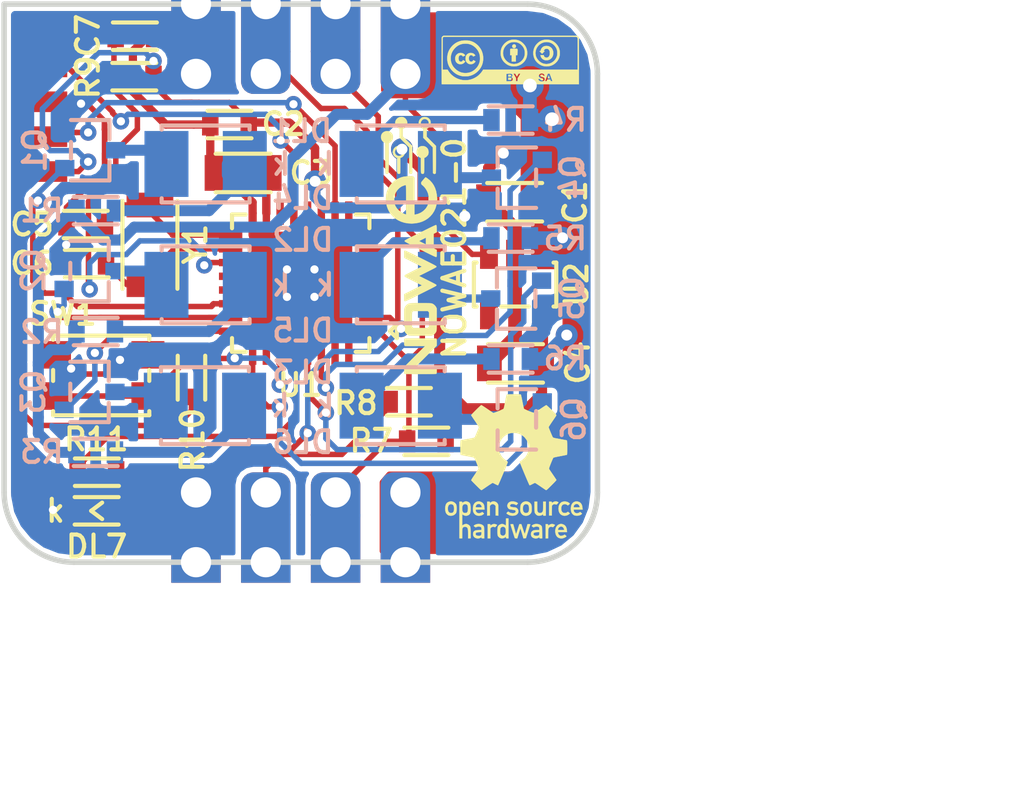
<source format=kicad_pcb>
(kicad_pcb (version 20171130) (host pcbnew 5.0.1-33cea8e~68~ubuntu18.04.1)
  (layers (0 F.Cu signal hide) (31 B.Cu signal hide) (34 B.Paste user hide) (35 F.Paste user hide) (36 B.SilkS user hide) (37 F.SilkS user) (38 B.Mask user hide) (39 F.Mask user hide) (44 Edge.Cuts user))
  (net 0 "")
  (net 1 +VIN)
  (net 2 GND)
  (net 3 +3.3V)
  (net 4 "Net-(C5-Pad1)")
  (net 5 "Net-(C6-Pad1)")
  (net 6 /RESET)
  (net 7 "Net-(DL1-Pad2)")
  (net 8 "Net-(DL1-Pad1)")
  (net 9 "Net-(DL2-Pad1)")
  (net 10 "Net-(DL2-Pad2)")
  (net 11 "Net-(DL3-Pad1)")
  (net 12 "Net-(DL3-Pad2)")
  (net 13 "Net-(DL4-Pad1)")
  (net 14 "Net-(DL4-Pad2)")
  (net 15 "Net-(DL5-Pad2)")
  (net 16 "Net-(DL5-Pad1)")
  (net 17 "Net-(DL6-Pad2)")
  (net 18 "Net-(DL6-Pad1)")
  (net 19 "Net-(DL7-Pad1)")
  (net 20 /FIRE_LED1)
  (net 21 /FIRE_LED2)
  (net 22 /FIRE_LED3)
  (net 23 /FIRE_LED4)
  (net 24 /FIRE_LED5)
  (net 25 /FIRE_LED6)
  (net 26 /NTV_COMM_SDA)
  (net 27 /NTV_COMM_SCL)
  (net 28 /ADDR_PROG)
  (net 29 /MCU_STATUS)
  (net 30 "Net-(U1-Pad26)")
  (net 31 "Net-(U1-Pad31)")
  (net 32 "Net-(U1-Pad32)")
  (net 33 "Net-(U1-Pad20)")
  (net 34 "Net-(U1-Pad14)")
  (net 35 /SWDIO)
  (net 36 "Net-(U1-Pad12)")
  (net 37 "Net-(U1-Pad11)")
  (net 38 /SWCLK)
  (net 39 "Net-(U1-Pad9)")
  (net 40 "Net-(U1-Pad8)")
  (net 41 "Net-(U1-Pad7)")
  (net 42 "Net-(U1-Pad6)")
  (net 43 "Net-(U1-Pad5)")
  (net 44 "Net-(U2-Pad4)")
  (net 45 "Net-(U1-Pad21)")
  (net 46 "Net-(U1-Pad4)")
  (net 47 "Net-(U1-Pad3)")
  (module SOT:SOT323-3 (layer B.Cu) (at 105.1325 76 90)
    (fp_text reference Q1 (at 0 -2.0149 90) (layer B.SilkS) (effects (font (size 0.8 0.8)) (justify mirror)))
    (fp_text value PDTC123EU hide)
    (pad 1 smd rect (at -0.65 -0.925 90) (size 0.6 0.7) (layers B.Cu B.Paste B.Mask) (net 20 /FIRE_LED1))
    (pad 2 smd rect (at 0.65 -0.925 90) (size 0.6 0.7) (layers B.Cu B.Paste B.Mask) (net 2 GND))
    (pad 3 smd rect (at 0 0.925 90) (size 0.6 0.7) (layers B.Cu B.Paste B.Mask) (net 7 "Net-(DL1-Pad2)"))
  )
  (module CAPACITOR:CAPACITOR-0603 (layer F.Cu) (at 104.9693 78.7064 180)
    (fp_text reference C5 (at 1.9533 0 180) (layer F.SilkS) (effects (font (size 0.8 0.8))))
    (fp_text value 15p hide)
    (pad 2 smd rect (at 0.7 0 180) (size 0.6 0.8) (layers F.Cu F.Paste F.Mask) (net 2 GND))
    (pad 1 smd rect (at -0.7 0 180) (size 0.6 0.8) (layers F.Cu F.Paste F.Mask) (net 4 "Net-(C5-Pad1)"))
  )
  (module CAPACITOR:CAPACITOR-0805 (layer F.Cu) (at 120.5776 77.8936 180)
    (fp_text reference C1 (at -2.1996 0 270) (layer F.SilkS) (effects (font (size 0.8 0.8))))
    (fp_text value 1u hide)
    (pad 1 smd rect (at -0.95 0 180) (size 0.9 1.3) (layers F.Cu F.Paste F.Mask) (net 1 +VIN))
    (pad 2 smd rect (at 0.95 0 180) (size 0.9 1.3) (layers F.Cu F.Paste F.Mask) (net 2 GND))
  )
  (module CAPACITOR:CAPACITOR-0603 (layer F.Cu) (at 110.2017 75.06404 180)
    (fp_text reference C2 (at -1.9583 0.01524 180) (layer F.SilkS) (effects (font (size 0.8 0.8))))
    (fp_text value 100n hide)
    (pad 1 smd rect (at -0.7 0 180) (size 0.6 0.8) (layers F.Cu F.Paste F.Mask) (net 3 +3.3V))
    (pad 2 smd rect (at 0.7 0 180) (size 0.6 0.8) (layers F.Cu F.Paste F.Mask) (net 2 GND))
  )
  (module CAPACITOR:CAPACITOR-0805 (layer F.Cu) (at 110.697 76.8268 180)
    (fp_text reference C3 (at -2.479 0 180) (layer F.SilkS) (effects (font (size 0.8 0.8))))
    (fp_text value 10u hide)
    (pad 1 smd rect (at -0.95 0 180) (size 0.9 1.3) (layers F.Cu F.Paste F.Mask) (net 3 +3.3V))
    (pad 2 smd rect (at 0.95 0 180) (size 0.9 1.3) (layers F.Cu F.Paste F.Mask) (net 2 GND))
  )
  (module CAPACITOR:CAPACITOR-0805 (layer F.Cu) (at 120.608 83.761 180)
    (fp_text reference C4 (at -2.2708 0.0254 270) (layer F.SilkS) (effects (font (size 0.8 0.8))))
    (fp_text value 2u2 hide)
    (pad 2 smd rect (at 0.95 0 180) (size 0.9 1.3) (layers F.Cu F.Paste F.Mask) (net 2 GND))
    (pad 1 smd rect (at -0.95 0 180) (size 0.9 1.3) (layers F.Cu F.Paste F.Mask) (net 3 +3.3V))
  )
  (module CAPACITOR:CAPACITOR-0603 (layer F.Cu) (at 105.0089 80.1288 180)
    (fp_text reference C6 (at 1.9929 0 180) (layer F.SilkS) (effects (font (size 0.8 0.8))))
    (fp_text value 15p hide)
    (pad 1 smd rect (at -0.7 0 180) (size 0.6 0.8) (layers F.Cu F.Paste F.Mask) (net 5 "Net-(C6-Pad1)"))
    (pad 2 smd rect (at 0.7 0 180) (size 0.6 0.8) (layers F.Cu F.Paste F.Mask) (net 2 GND))
  )
  (module CAPACITOR:CAPACITOR-0603 (layer F.Cu) (at 106.7585 71.8484)
    (fp_text reference C7 (at -1.7105 -0.0254 270) (layer F.SilkS) (effects (font (size 0.8 0.8))))
    (fp_text value 100n hide)
    (pad 2 smd rect (at 0.7 0) (size 0.6 0.8) (layers F.Cu F.Paste F.Mask) (net 2 GND))
    (pad 1 smd rect (at -0.7 0) (size 0.6 0.8) (layers F.Cu F.Paste F.Mask) (net 6 /RESET))
  )
  (module LEDs:LED-WURTH-WL_SMTW_3528 (layer B.Cu) (at 109.3325 76.5 180)
    (fp_text reference DL1 (at -3.4879 1.1972 180) (layer B.SilkS) (effects (font (size 0.8 0.8)) (justify mirror)))
    (fp_text value YELLOW hide)
    (fp_text user k (at -2.75 0 180) (layer B.SilkS) (effects (font (size 0.8 0.8)) (justify mirror)))
    (pad 2 smd rect (at 1.425 0 180) (size 1.6 2.4) (layers B.Cu B.Paste B.Mask) (net 7 "Net-(DL1-Pad2)"))
    (pad 1 smd rect (at -1.425 0 180) (size 1.6 2.4) (layers B.Cu B.Paste B.Mask) (net 8 "Net-(DL1-Pad1)"))
  )
  (module LEDs:LED-WURTH-WL_SMTW_3528 (layer B.Cu) (at 109.3325 80.9 180)
    (fp_text reference DL2 (at -3.5387 1.6348 180) (layer B.SilkS) (effects (font (size 0.8 0.8)) (justify mirror)))
    (fp_text value RED hide)
    (fp_text user k (at -2.75 0 180) (layer B.SilkS) (effects (font (size 0.8 0.8)) (justify mirror)))
    (pad 1 smd rect (at -1.425 0 180) (size 1.6 2.4) (layers B.Cu B.Paste B.Mask) (net 9 "Net-(DL2-Pad1)"))
    (pad 2 smd rect (at 1.425 0 180) (size 1.6 2.4) (layers B.Cu B.Paste B.Mask) (net 10 "Net-(DL2-Pad2)"))
  )
  (module LEDs:LED-WURTH-WL_SMTW_3528 (layer B.Cu) (at 109.3075 85.3 180)
    (fp_text reference DL3 (at -3.5637 1.2088 180) (layer B.SilkS) (effects (font (size 0.8 0.8)) (justify mirror)))
    (fp_text value YELLOW hide)
    (fp_text user k (at -2.75 0 180) (layer B.SilkS) (effects (font (size 0.8 0.8)) (justify mirror)))
    (pad 1 smd rect (at -1.425 0 180) (size 1.6 2.4) (layers B.Cu B.Paste B.Mask) (net 11 "Net-(DL3-Pad1)"))
    (pad 2 smd rect (at 1.425 0 180) (size 1.6 2.4) (layers B.Cu B.Paste B.Mask) (net 12 "Net-(DL3-Pad2)"))
  )
  (module LEDs:LED-WURTH-WL_SMTW_3528 (layer B.Cu) (at 116.4325 76.5)
    (fp_text reference DL4 (at -3.5613 1.2412) (layer B.SilkS) (effects (font (size 0.8 0.8)) (justify mirror)))
    (fp_text value AMBER hide)
    (fp_text user k (at -2.75 0) (layer B.SilkS) (effects (font (size 0.8 0.8)) (justify mirror)))
    (pad 1 smd rect (at -1.425 0) (size 1.6 2.4) (layers B.Cu B.Paste B.Mask) (net 13 "Net-(DL4-Pad1)"))
    (pad 2 smd rect (at 1.425 0) (size 1.6 2.4) (layers B.Cu B.Paste B.Mask) (net 14 "Net-(DL4-Pad2)"))
  )
  (module LEDs:LED-WURTH-WL_SMTW_3528 (layer B.Cu) (at 116.4325 80.9)
    (fp_text reference DL5 (at -3.5613 1.6672) (layer B.SilkS) (effects (font (size 0.8 0.8)) (justify mirror)))
    (fp_text value YELLOW hide)
    (fp_text user k (at -2.75 0) (layer B.SilkS) (effects (font (size 0.8 0.8)) (justify mirror)))
    (pad 2 smd rect (at 1.425 0) (size 1.6 2.4) (layers B.Cu B.Paste B.Mask) (net 15 "Net-(DL5-Pad2)"))
    (pad 1 smd rect (at -1.425 0) (size 1.6 2.4) (layers B.Cu B.Paste B.Mask) (net 16 "Net-(DL5-Pad1)"))
  )
  (module LEDs:LED-WURTH-WL_SMTW_3528 (layer B.Cu) (at 116.4325 85.3)
    (fp_text reference DL6 (at -3.5613 1.3312) (layer B.SilkS) (effects (font (size 0.8 0.8)) (justify mirror)))
    (fp_text value AMBER hide)
    (fp_text user k (at -2.75 0) (layer B.SilkS) (effects (font (size 0.8 0.8)) (justify mirror)))
    (pad 2 smd rect (at 1.425 0) (size 1.6 2.4) (layers B.Cu B.Paste B.Mask) (net 17 "Net-(DL6-Pad2)"))
    (pad 1 smd rect (at -1.425 0) (size 1.6 2.4) (layers B.Cu B.Paste B.Mask) (net 18 "Net-(DL6-Pad1)"))
  )
  (module LEDs:LED-0603 (layer F.Cu) (at 105.3671 89.1301 180)
    (fp_text reference DL7 (at 0 -1.3 180) (layer F.SilkS) (effects (font (size 0.8 0.8))))
    (fp_text value GREEN hide)
    (fp_text user k (at 1.5 0 180) (layer F.SilkS) (effects (font (size 0.8 0.8))))
    (pad 1 smd rect (at -0.7 0 180) (size 0.6 0.8) (layers F.Cu F.Paste F.Mask) (net 19 "Net-(DL7-Pad1)"))
    (pad 2 smd rect (at 0.7 0 180) (size 0.6 0.8) (layers F.Cu F.Paste F.Mask) (net 2 GND))
  )
  (module SOT:SOT323-3 (layer B.Cu) (at 105.1075 80.4 90)
    (fp_text reference Q2 (at 0.0172 -2.0407 90) (layer B.SilkS) (effects (font (size 0.8 0.8)) (justify mirror)))
    (fp_text value PDTC123EU hide)
    (pad 3 smd rect (at 0 0.925 90) (size 0.6 0.7) (layers B.Cu B.Paste B.Mask) (net 10 "Net-(DL2-Pad2)"))
    (pad 2 smd rect (at 0.65 -0.925 90) (size 0.6 0.7) (layers B.Cu B.Paste B.Mask) (net 2 GND))
    (pad 1 smd rect (at -0.65 -0.925 90) (size 0.6 0.7) (layers B.Cu B.Paste B.Mask) (net 21 /FIRE_LED2))
  )
  (module SOT:SOT323-3 (layer B.Cu) (at 105.1075 84.8 90)
    (fp_text reference Q3 (at -0.0024 -2.0407 90) (layer B.SilkS) (effects (font (size 0.8 0.8)) (justify mirror)))
    (fp_text value PDTC123EU hide)
    (pad 1 smd rect (at -0.65 -0.925 90) (size 0.6 0.7) (layers B.Cu B.Paste B.Mask) (net 22 /FIRE_LED3))
    (pad 2 smd rect (at 0.65 -0.925 90) (size 0.6 0.7) (layers B.Cu B.Paste B.Mask) (net 2 GND))
    (pad 3 smd rect (at 0 0.925 90) (size 0.6 0.7) (layers B.Cu B.Paste B.Mask) (net 12 "Net-(DL3-Pad2)"))
  )
  (module SOT:SOT323-3 (layer B.Cu) (at 120.6575 77 270)
    (fp_text reference Q4 (at -0.0208 -2.0181 270) (layer B.SilkS) (effects (font (size 0.8 0.8)) (justify mirror)))
    (fp_text value PDTC123EU hide)
    (pad 3 smd rect (at 0 0.925 270) (size 0.6 0.7) (layers B.Cu B.Paste B.Mask) (net 14 "Net-(DL4-Pad2)"))
    (pad 2 smd rect (at 0.65 -0.925 270) (size 0.6 0.7) (layers B.Cu B.Paste B.Mask) (net 2 GND))
    (pad 1 smd rect (at -0.65 -0.925 270) (size 0.6 0.7) (layers B.Cu B.Paste B.Mask) (net 23 /FIRE_LED4))
  )
  (module SOT:SOT323-3 (layer B.Cu) (at 120.6325 81.4 270)
    (fp_text reference Q5 (at 0 -2.0431 270) (layer B.SilkS) (effects (font (size 0.8 0.8)) (justify mirror)))
    (fp_text value PDTC123EU hide)
    (pad 3 smd rect (at 0 0.925 270) (size 0.6 0.7) (layers B.Cu B.Paste B.Mask) (net 15 "Net-(DL5-Pad2)"))
    (pad 2 smd rect (at 0.65 -0.925 270) (size 0.6 0.7) (layers B.Cu B.Paste B.Mask) (net 2 GND))
    (pad 1 smd rect (at -0.65 -0.925 270) (size 0.6 0.7) (layers B.Cu B.Paste B.Mask) (net 24 /FIRE_LED5))
  )
  (module SOT:SOT323-3 (layer B.Cu) (at 120.6575 85.8 270)
    (fp_text reference Q6 (at 0 -2.0689 270) (layer B.SilkS) (effects (font (size 0.8 0.8)) (justify mirror)))
    (fp_text value PDTC123EU hide)
    (pad 1 smd rect (at -0.65 -0.925 270) (size 0.6 0.7) (layers B.Cu B.Paste B.Mask) (net 25 /FIRE_LED6))
    (pad 2 smd rect (at 0.65 -0.925 270) (size 0.6 0.7) (layers B.Cu B.Paste B.Mask) (net 2 GND))
    (pad 3 smd rect (at 0 0.925 270) (size 0.6 0.7) (layers B.Cu B.Paste B.Mask) (net 17 "Net-(DL6-Pad2)"))
  )
  (module RESISTOR:RESISTOR-0603 (layer B.Cu) (at 105.3325 78.2)
    (fp_text reference R1 (at -1.9609 -0.0016) (layer B.SilkS) (effects (font (size 0.8 0.8)) (justify mirror)))
    (fp_text value 1k hide)
    (pad 1 smd rect (at -0.7 0) (size 0.6 0.8) (layers B.Cu B.Paste B.Mask) (net 1 +VIN))
    (pad 2 smd rect (at 0.7 0) (size 0.6 0.8) (layers B.Cu B.Paste B.Mask) (net 8 "Net-(DL1-Pad1)"))
  )
  (module RESISTOR:RESISTOR-0603 (layer B.Cu) (at 105.3325 82.6)
    (fp_text reference R2 (at -1.9609 0.018) (layer B.SilkS) (effects (font (size 0.8 0.8)) (justify mirror)))
    (fp_text value 1k hide)
    (pad 2 smd rect (at 0.7 0) (size 0.6 0.8) (layers B.Cu B.Paste B.Mask) (net 9 "Net-(DL2-Pad1)"))
    (pad 1 smd rect (at -0.7 0) (size 0.6 0.8) (layers B.Cu B.Paste B.Mask) (net 1 +VIN))
  )
  (module RESISTOR:RESISTOR-0603 (layer B.Cu) (at 105.3325 87)
    (fp_text reference R3 (at -1.9609 -0.0132) (layer B.SilkS) (effects (font (size 0.8 0.8)) (justify mirror)))
    (fp_text value 1k hide)
    (pad 1 smd rect (at -0.7 0) (size 0.6 0.8) (layers B.Cu B.Paste B.Mask) (net 1 +VIN))
    (pad 2 smd rect (at 0.7 0) (size 0.6 0.8) (layers B.Cu B.Paste B.Mask) (net 11 "Net-(DL3-Pad1)"))
  )
  (module RESISTOR:RESISTOR-0603 (layer B.Cu) (at 120.4325 74.9 180)
    (fp_text reference R4 (at -1.9891 0.0036 180) (layer B.SilkS) (effects (font (size 0.8 0.8)) (justify mirror)))
    (fp_text value 1k hide)
    (pad 2 smd rect (at 0.7 0 180) (size 0.6 0.8) (layers B.Cu B.Paste B.Mask) (net 13 "Net-(DL4-Pad1)"))
    (pad 1 smd rect (at -0.7 0 180) (size 0.6 0.8) (layers B.Cu B.Paste B.Mask) (net 1 +VIN))
  )
  (module RESISTOR:RESISTOR-0603 (layer B.Cu) (at 120.4325 79.2 180)
    (fp_text reference R5 (at -1.9891 -0.0144 180) (layer B.SilkS) (effects (font (size 0.8 0.8)) (justify mirror)))
    (fp_text value 1k hide)
    (pad 1 smd rect (at -0.7 0 180) (size 0.6 0.8) (layers B.Cu B.Paste B.Mask) (net 1 +VIN))
    (pad 2 smd rect (at 0.7 0 180) (size 0.6 0.8) (layers B.Cu B.Paste B.Mask) (net 16 "Net-(DL5-Pad1)"))
  )
  (module RESISTOR:RESISTOR-0603 (layer B.Cu) (at 120.4325 83.6 180)
    (fp_text reference R6 (at -1.9891 0.0168 180) (layer B.SilkS) (effects (font (size 0.8 0.8)) (justify mirror)))
    (fp_text value 1k hide)
    (pad 2 smd rect (at 0.7 0 180) (size 0.6 0.8) (layers B.Cu B.Paste B.Mask) (net 18 "Net-(DL6-Pad1)"))
    (pad 1 smd rect (at -0.7 0 180) (size 0.6 0.8) (layers B.Cu B.Paste B.Mask) (net 1 +VIN))
  )
  (module RESISTOR:RESISTOR-0603 (layer F.Cu) (at 117.3645 86.6 180)
    (fp_text reference R7 (at 2.0041 0.0196 180) (layer F.SilkS) (effects (font (size 0.8 0.8))))
    (fp_text value 4k7 hide)
    (pad 1 smd rect (at -0.7 0 180) (size 0.6 0.8) (layers F.Cu F.Paste F.Mask) (net 3 +3.3V))
    (pad 2 smd rect (at 0.7 0 180) (size 0.6 0.8) (layers F.Cu F.Paste F.Mask) (net 26 /NTV_COMM_SDA))
  )
  (module RESISTOR:RESISTOR-0603 (layer F.Cu) (at 116.7295 85.158 180)
    (fp_text reference R8 (at 1.9279 -0.0508 180) (layer F.SilkS) (effects (font (size 0.8 0.8))))
    (fp_text value 4k7 hide)
    (pad 2 smd rect (at 0.7 0 180) (size 0.6 0.8) (layers F.Cu F.Paste F.Mask) (net 27 /NTV_COMM_SCL))
    (pad 1 smd rect (at -0.7 0 180) (size 0.6 0.8) (layers F.Cu F.Paste F.Mask) (net 3 +3.3V))
  )
  (module RESISTOR:RESISTOR-0603 (layer F.Cu) (at 106.7356 73.3216 180)
    (fp_text reference R9 (at 1.6876 -0.0254 90) (layer F.SilkS) (effects (font (size 0.8 0.8))))
    (fp_text value 10k hide)
    (pad 2 smd rect (at 0.7 0 180) (size 0.6 0.8) (layers F.Cu F.Paste F.Mask) (net 6 /RESET))
    (pad 1 smd rect (at -0.7 0 180) (size 0.6 0.8) (layers F.Cu F.Paste F.Mask) (net 3 +3.3V))
  )
  (module RESISTOR:RESISTOR-0603 (layer F.Cu) (at 108.8174 84.2817 90)
    (fp_text reference R10 (at -2.2733 0.0406 90) (layer F.SilkS) (effects (font (size 0.8 0.8))))
    (fp_text value 10k hide)
    (pad 1 smd rect (at -0.7 0 90) (size 0.6 0.8) (layers F.Cu F.Paste F.Mask) (net 3 +3.3V))
    (pad 2 smd rect (at 0.7 0 90) (size 0.6 0.8) (layers F.Cu F.Paste F.Mask) (net 28 /ADDR_PROG))
  )
  (module RESISTOR:RESISTOR-0603 (layer F.Cu) (at 105.3757 87.7234 180)
    (fp_text reference R11 (at 0.0229 1.1938) (layer F.SilkS) (effects (font (size 0.8 0.8))))
    (fp_text value 270 hide)
    (pad 1 smd rect (at -0.7 0 180) (size 0.6 0.8) (layers F.Cu F.Paste F.Mask) (net 19 "Net-(DL7-Pad1)"))
    (pad 2 smd rect (at 0.7 0 180) (size 0.6 0.8) (layers F.Cu F.Paste F.Mask) (net 29 /MCU_STATUS))
  )
  (module BUTTON:BUTTON-WE-434153017835 (layer F.Cu) (at 105.5325 84.2)
    (fp_text reference SW1 (at -1.3989 -2.2424) (layer F.SilkS) (effects (font (size 0.8 0.8))))
    (fp_text value BUTTON-WE_434153017835 hide)
    (pad 1 smd rect (at -1.7 -0.75) (size 1.2 1) (layers F.Cu F.Paste F.Mask) (net 2 GND))
    (pad 2 smd rect (at -1.7 0.75) (size 1.2 1) (layers F.Cu F.Paste F.Mask) (net 28 /ADDR_PROG))
    (pad 3 smd rect (at 1.7 -0.75) (size 1.2 1) (layers F.Cu F.Paste F.Mask) (net 2 GND))
    (pad 4 smd rect (at 1.7 0.75) (size 1.2 1) (layers F.Cu F.Paste F.Mask) (net 28 /ADDR_PROG))
  )
  (module QFN:QFN32_5x5_0.5_32+1 (layer F.Cu) (at 112.7925 80.84 180)
    (fp_text reference U1 (at 0.0229 -3.7084 180) (layer F.SilkS) (effects (font (size 0.8 0.8))))
    (fp_text value MKL15Z128VFM4 hide)
    (pad 29 smd rect (at -0.25 -2.55 180) (size 0.27 0.85) (layers F.Cu F.Paste F.Mask) (net 24 /FIRE_LED5))
    (pad 28 smd rect (at 0.25 -2.55 180) (size 0.27 0.85) (layers F.Cu F.Paste F.Mask) (net 29 /MCU_STATUS))
    (pad 27 smd rect (at 0.75 -2.55 180) (size 0.27 0.85) (layers F.Cu F.Paste F.Mask) (net 28 /ADDR_PROG))
    (pad 26 smd rect (at 1.25 -2.55 180) (size 0.27 0.85) (layers F.Cu F.Paste F.Mask) (net 30 "Net-(U1-Pad26)"))
    (pad 25 smd rect (at 1.75 -2.55 180) (size 0.27 0.85) (layers F.Cu F.Paste F.Mask) (net 25 /FIRE_LED6))
    (pad 30 smd rect (at -0.75 -2.55 180) (size 0.27 0.85) (layers F.Cu F.Paste F.Mask) (net 23 /FIRE_LED4))
    (pad 31 smd rect (at -1.25 -2.55 180) (size 0.27 0.85) (layers F.Cu F.Paste F.Mask) (net 31 "Net-(U1-Pad31)"))
    (pad 32 smd rect (at -1.75 -2.55 180) (size 0.27 0.85) (layers F.Cu F.Paste F.Mask) (net 32 "Net-(U1-Pad32)"))
    (pad 24 smd rect (at 2.55 -1.75 270) (size 0.27 0.85) (layers F.Cu F.Paste F.Mask) (net 22 /FIRE_LED3))
    (pad 23 smd rect (at 2.55 -1.25 270) (size 0.27 0.85) (layers F.Cu F.Paste F.Mask) (net 21 /FIRE_LED2))
    (pad 22 smd rect (at 2.55 -0.75 270) (size 0.27 0.85) (layers F.Cu F.Paste F.Mask) (net 20 /FIRE_LED1))
    (pad 21 smd rect (at 2.55 -0.25 270) (size 0.27 0.85) (layers F.Cu F.Paste F.Mask) (net 45 "Net-(U1-Pad21)"))
    (pad 20 smd rect (at 2.55 0.25 270) (size 0.27 0.85) (layers F.Cu F.Paste F.Mask) (net 33 "Net-(U1-Pad20)"))
    (pad 19 smd rect (at 2.55 0.75 270) (size 0.27 0.85) (layers F.Cu F.Paste F.Mask) (net 6 /RESET))
    (pad 18 smd rect (at 2.55 1.25 270) (size 0.27 0.85) (layers F.Cu F.Paste F.Mask) (net 5 "Net-(C6-Pad1)"))
    (pad 17 smd rect (at 2.55 1.75 270) (size 0.27 0.85) (layers F.Cu F.Paste F.Mask) (net 4 "Net-(C5-Pad1)"))
    (pad 16 smd rect (at 1.75 2.55 180) (size 0.27 0.85) (layers F.Cu F.Paste F.Mask) (net 2 GND))
    (pad 15 smd rect (at 1.25 2.55 180) (size 0.27 0.85) (layers F.Cu F.Paste F.Mask) (net 3 +3.3V))
    (pad 14 smd rect (at 0.75 2.55 180) (size 0.27 0.85) (layers F.Cu F.Paste F.Mask) (net 34 "Net-(U1-Pad14)"))
    (pad 13 smd rect (at 0.25 2.55 180) (size 0.27 0.85) (layers F.Cu F.Paste F.Mask) (net 35 /SWDIO))
    (pad 12 smd rect (at -0.25 2.55 180) (size 0.27 0.85) (layers F.Cu F.Paste F.Mask) (net 36 "Net-(U1-Pad12)"))
    (pad 11 smd rect (at -0.75 2.55 180) (size 0.27 0.85) (layers F.Cu F.Paste F.Mask) (net 37 "Net-(U1-Pad11)"))
    (pad 10 smd rect (at -1.25 2.55 180) (size 0.27 0.85) (layers F.Cu F.Paste F.Mask) (net 38 /SWCLK))
    (pad 9 smd rect (at -1.75 2.55 180) (size 0.27 0.85) (layers F.Cu F.Paste F.Mask) (net 39 "Net-(U1-Pad9)"))
    (pad 8 smd rect (at -2.55 1.75 270) (size 0.27 0.85) (layers F.Cu F.Paste F.Mask) (net 40 "Net-(U1-Pad8)"))
    (pad 7 smd rect (at -2.55 1.25 270) (size 0.27 0.85) (layers F.Cu F.Paste F.Mask) (net 41 "Net-(U1-Pad7)"))
    (pad 6 smd rect (at -2.55 0.75 270) (size 0.27 0.85) (layers F.Cu F.Paste F.Mask) (net 42 "Net-(U1-Pad6)"))
    (pad 5 smd rect (at -2.55 0.25 270) (size 0.27 0.85) (layers F.Cu F.Paste F.Mask) (net 43 "Net-(U1-Pad5)"))
    (pad 4 smd rect (at -2.55 -0.25 270) (size 0.27 0.85) (layers F.Cu F.Paste F.Mask) (net 46 "Net-(U1-Pad4)"))
    (pad 3 smd rect (at -2.55 -0.75 270) (size 0.27 0.85) (layers F.Cu F.Paste F.Mask) (net 47 "Net-(U1-Pad3)"))
    (pad 2 smd rect (at -2.55 -1.25 270) (size 0.27 0.85) (layers F.Cu F.Paste F.Mask) (net 27 /NTV_COMM_SCL))
    (pad 1 smd rect (at -2.55 -1.75 270) (size 0.27 0.85) (layers F.Cu F.Paste F.Mask) (net 26 /NTV_COMM_SDA))
    (pad EP smd rect (at 0 0 270) (size 3.75 3.75) (layers F.Cu F.Mask) (net 2 GND))
    (pad EP thru_hole circle (at 0.5 -0.5 270) (size 0.6 0.6) (drill 0.3) (layers *.Cu *.Mask) (net 2 GND))
    (pad EP thru_hole circle (at -0.5 -0.5 270) (size 0.6 0.6) (drill 0.3) (layers *.Cu *.Mask) (net 2 GND))
    (pad EP thru_hole circle (at -0.5 0.5 270) (size 0.6 0.6) (drill 0.3) (layers *.Cu *.Mask) (net 2 GND))
    (pad EP thru_hole circle (at 0.5 0.5 270) (size 0.6 0.6) (drill 0.3) (layers *.Cu *.Mask) (net 2 GND))
    (pad EP smd circle (at 0 0 270) (size 0.6 0.6) (layers F.Cu F.Paste) (net 2 GND))
    (pad EP smd circle (at 0 -1.15 270) (size 0.6 0.6) (layers F.Cu F.Paste) (net 2 GND))
    (pad EP smd circle (at 0 1.15 270) (size 0.6 0.6) (layers F.Cu F.Paste) (net 2 GND))
    (pad EP smd circle (at 1.15 1.15 270) (size 0.6 0.6) (layers F.Cu F.Paste) (net 2 GND))
    (pad EP smd circle (at 1.15 0 270) (size 0.6 0.6) (layers F.Cu F.Paste) (net 2 GND))
    (pad EP smd circle (at 1.15 -1.15 270) (size 0.6 0.6) (layers F.Cu F.Paste) (net 2 GND))
    (pad EP smd circle (at -1.15 -1.15 270) (size 0.6 0.6) (layers F.Cu F.Paste) (net 2 GND))
    (pad EP smd circle (at -1.15 0 270) (size 0.6 0.6) (layers F.Cu F.Paste) (net 2 GND))
    (pad EP smd circle (at -1.15 1.15 270) (size 0.6 0.6) (layers F.Cu F.Paste) (net 2 GND))
  )
  (module SOT:SOT23-5 (layer F.Cu) (at 120.5928 80.8908 270)
    (fp_text reference U2 (at 0 -2.2352 270) (layer F.SilkS) (effects (font (size 0.8 0.8))))
    (fp_text value TPS70933DBV hide)
    (pad 1 smd rect (at -1.1 -0.95 270) (size 1.06 0.65) (layers F.Cu F.Paste F.Mask) (net 1 +VIN))
    (pad 2 smd rect (at -1.1 0 270) (size 1.06 0.65) (layers F.Cu F.Paste F.Mask) (net 2 GND))
    (pad 3 smd rect (at -1.1 0.95 270) (size 1.06 0.65) (layers F.Cu F.Paste F.Mask) (net 1 +VIN))
    (pad 4 smd rect (at 1.1 0.95 270) (size 1.06 0.65) (layers F.Cu F.Paste F.Mask) (net 44 "Net-(U2-Pad4)"))
    (pad 5 smd rect (at 1.1 -0.95 270) (size 1.06 0.65) (layers F.Cu F.Paste F.Mask) (net 3 +3.3V))
  )
  (module CRYSTAL:CRYSTAL-1206 (layer F.Cu) (at 107.3061 79.4452 270)
    (fp_text reference Y1 (at -0.0276 -1.6535 270) (layer F.SilkS) (effects (font (size 0.8 0.8))))
    (fp_text value 32768 hide)
    (pad 1 smd rect (at -1.45 0 270) (size 0.9 1.7) (layers F.Cu F.Paste F.Mask) (net 4 "Net-(C5-Pad1)"))
    (pad 2 smd rect (at 1.45 0 270) (size 0.9 1.7) (layers F.Cu F.Paste F.Mask) (net 5 "Net-(C6-Pad1)"))
  )
  (module CONNECTOR:CONN-HALFHOLE-4x1-2.54 (layer F.Cu) (at 112.7925 71.95 180)
    (fp_text reference P1 hide)
    (fp_text value NVT_BUS hide)
    (pad 1 thru_hole roundrect (at -3.81 -1.27 180) (size 1.8 2) (drill 1.1 (offset 0 0.27)) (layers *.Cu *.Mask) (net 1 +VIN))
    (pad 2 thru_hole roundrect (at -1.27 -1.27 180) (size 1.8 2) (drill 1.1 (offset 0 0.27)) (layers *.Cu *.Mask) (net 26 /NTV_COMM_SDA))
    (pad 3 thru_hole roundrect (at 1.27 -1.27 180) (size 1.8 2) (drill 1.1 (offset 0 0.27)) (layers *.Cu *.Mask) (net 27 /NTV_COMM_SCL))
    (pad 4 thru_hole roundrect (at 3.81 -1.27 180) (size 1.8 2) (drill 1.1 (offset 0 0.27)) (layers *.Cu *.Mask) (net 2 GND))
    (pad 1 thru_hole rect (at -3.81 1.27 180) (size 1.8 2.5) (drill 1.1 (offset 0 -0.5)) (layers *.Cu *.Mask) (net 1 +VIN))
    (pad 2 thru_hole rect (at -1.27 1.27 180) (size 1.8 2.5) (drill 1.1 (offset 0 -0.5)) (layers *.Cu *.Mask) (net 26 /NTV_COMM_SDA))
    (pad 3 thru_hole rect (at 1.27 1.27 180) (size 1.8 2.5) (drill 1.1 (offset 0 -0.5)) (layers *.Cu *.Mask) (net 27 /NTV_COMM_SCL))
    (pad 4 thru_hole rect (at 3.81 1.27 180) (size 1.8 2.5) (drill 1.1 (offset 0 -0.5)) (layers *.Cu *.Mask) (net 2 GND))
  )
  (module CONNECTOR:CONN-HALFHOLE-4x1-2.54 (layer B.Cu) (at 112.7925 89.73 180)
    (fp_text reference P2 hide)
    (fp_text value NVT_BUS hide)
    (pad 4 thru_hole rect (at 3.81 -1.27 180) (size 1.8 2.5) (drill 1.1 (offset 0 0.5)) (layers *.Cu *.Mask) (net 2 GND))
    (pad 3 thru_hole rect (at 1.27 -1.27 180) (size 1.8 2.5) (drill 1.1 (offset 0 0.5)) (layers *.Cu *.Mask) (net 27 /NTV_COMM_SCL))
    (pad 2 thru_hole rect (at -1.27 -1.27 180) (size 1.8 2.5) (drill 1.1 (offset 0 0.5)) (layers *.Cu *.Mask) (net 26 /NTV_COMM_SDA))
    (pad 1 thru_hole rect (at -3.81 -1.27 180) (size 1.8 2.5) (drill 1.1 (offset 0 0.5)) (layers *.Cu *.Mask) (net 1 +VIN))
    (pad 4 thru_hole roundrect (at 3.81 1.27 180) (size 1.8 2) (drill 1.1 (offset 0 -0.27)) (layers *.Cu *.Mask) (net 2 GND))
    (pad 3 thru_hole roundrect (at 1.27 1.27 180) (size 1.8 2) (drill 1.1 (offset 0 -0.27)) (layers *.Cu *.Mask) (net 27 /NTV_COMM_SCL))
    (pad 2 thru_hole roundrect (at -1.27 1.27 180) (size 1.8 2) (drill 1.1 (offset 0 -0.27)) (layers *.Cu *.Mask) (net 26 /NTV_COMM_SDA))
    (pad 1 thru_hole roundrect (at -3.81 1.27 180) (size 1.8 2) (drill 1.1 (offset 0 -0.27)) (layers *.Cu *.Mask) (net 1 +VIN))
  )
  (module CONNECTOR:CONN-PAD-5x1-1.27 (layer F.Cu) (at 103.397 74.236 90)
    (fp_text reference P3 hide)
    (fp_text value SWD hide)
    (pad 2 smd rect (at -1.27 0 90) (size 0.75 1.8) (layers F.Cu F.Paste F.Mask) (net 38 /SWCLK))
    (pad 3 smd rect (at 0 0 90) (size 0.75 1.8) (layers F.Cu F.Paste F.Mask) (net 2 GND))
    (pad 4 smd rect (at 1.27 0 90) (size 0.75 1.8) (layers F.Cu F.Paste F.Mask) (net 35 /SWDIO))
    (pad 1 smd rect (at -2.54 0 90) (size 0.75 1.8) (layers F.Cu F.Paste F.Mask) (net 3 +3.3V))
    (pad 5 smd rect (at 2.54 0 90) (size 0.75 1.8) (layers F.Cu F.Paste F.Mask) (net 6 /RESET))
  )
  (module LOGO:LOGO_NOWAE_10MM_FSILK (layer F.Cu) (at 116.732 79.4684 90)
    (fp_text reference G*** hide)
    (fp_text value LOGO hide)
  )
  (module EXTLOGO:LOGO_OSH_5MM_FSILK (layer F.Cu) (at 120.542 87.5075)
    (fp_text reference G*** hide)
    (fp_text value LOGO hide)
  )
  (module EXTLOGO:LOGO_CC-BY-SA_5MM_FSILK (layer F.Cu) (at 120.415 72.712)
    (fp_text reference G*** hide)
    (fp_text value LOGO hide)
  )
  (gr_text NOWAE021-0 (at 118.383 79.57 90) (layer F.SilkS) (effects (font (size 0.8 0.8))))
  (gr_arc (start 104.54 88.46) (end 102 88.46) (angle -90) (layer Edge.Cuts) (width 0.2))
  (gr_arc (start 121.05 73.22) (end 123.59 73.22) (angle -90) (layer Edge.Cuts) (width 0.2))
  (gr_arc (start 121.05 88.46) (end 121.05 91) (angle -90) (layer Edge.Cuts) (width 0.2))
  (gr_line (start 121.05 70.68) (end 102 70.68) (layer Edge.Cuts) (width 0.2))
  (gr_line (start 123.59 88.46) (end 123.59 73.22) (layer Edge.Cuts) (width 0.2))
  (gr_line (start 104.54 91) (end 121.05 91) (layer Edge.Cuts) (width 0.2))
  (gr_line (start 102 70.68) (end 102 88.46) (layer Edge.Cuts) (width 0.2))
  (segment (start 121.1325 74.9) (end 121.1325 75) (width 0.4) (layer B.Cu) (net 1))
  (via (at 121.9365 74.871) (size 1) (drill 0.5) (layers F.Cu B.Cu) (net 1))
  (segment (start 121.1325 74.9) (end 121.9075 74.9) (width 0.5) (layer B.Cu) (net 1))
  (segment (start 121.9075 74.9) (end 121.9365 74.871) (width 0.5) (layer B.Cu) (net 1))
  (segment (start 116.6025 73.22) (end 116.6025 73.347) (width 0.2) (layer B.Cu) (net 1))
  (segment (start 121.1325 74.9) (end 121.1325 73.643) (width 0.5) (layer B.Cu) (net 1))
  (via (at 121.1325 73.643) (size 1) (drill 0.5) (layers F.Cu B.Cu) (net 1))
  (segment (start 121.9325 79.2) (end 121.1325 79.2) (width 0.5) (layer B.Cu) (net 1))
  (segment (start 121.9325 79.2) (end 121.9475 79.2) (width 0.5) (layer B.Cu) (net 1))
  (segment (start 104.6325 78.3) (end 104.7595 78.173) (width 0.4) (layer B.Cu) (net 1))
  (segment (start 104.6325 78.2) (end 104.6325 78.3) (width 0.4) (layer B.Cu) (net 1))
  (segment (start 105.0013 78.69776) (end 104.6325 78.32896) (width 0.4) (layer B.Cu) (net 1))
  (segment (start 105.03026 78.69776) (end 105.0013 78.69776) (width 0.4) (layer B.Cu) (net 1))
  (segment (start 104.6325 78.32896) (end 104.6325 78.2) (width 0.4) (layer B.Cu) (net 1))
  (segment (start 104.6325 78.3) (end 105.03026 78.69776) (width 0.4) (layer B.Cu) (net 1))
  (segment (start 103.245206 79.409414) (end 104.45462 78.2) (width 0.4) (layer B.Cu) (net 1))
  (segment (start 104.45462 78.2) (end 104.6325 78.2) (width 0.4) (layer B.Cu) (net 1))
  (segment (start 116.6025 88.46) (end 116.6025 90.19999) (width 1) (layer F.Cu) (net 1))
  (segment (start 116.6025 73.22) (end 116.6025 71.48001) (width 1) (layer F.Cu) (net 1))
  (segment (start 103.245206 82.219749) (end 103.245206 81.93728) (width 0.4) (layer B.Cu) (net 1))
  (segment (start 103.245206 81.93728) (end 103.245206 79.409414) (width 0.4) (layer B.Cu) (net 1))
  (segment (start 103.245206 86.312706) (end 103.245206 85.722547) (width 0.4) (layer B.Cu) (net 1))
  (segment (start 104.6325 87) (end 103.9325 87) (width 0.4) (layer B.Cu) (net 1))
  (segment (start 103.9325 87) (end 103.245206 86.312706) (width 0.4) (layer B.Cu) (net 1))
  (segment (start 104.6325 82.6) (end 104.6325 82.92432) (width 0.4) (layer B.Cu) (net 1))
  (segment (start 104.6325 82.92432) (end 104.29366 83.26316) (width 0.4) (layer B.Cu) (net 1))
  (segment (start 103.699338 83.26316) (end 103.245206 83.717292) (width 0.4) (layer B.Cu) (net 1))
  (segment (start 104.29366 83.26316) (end 103.699338 83.26316) (width 0.4) (layer B.Cu) (net 1))
  (segment (start 103.245206 83.717292) (end 103.245206 83.8372) (width 0.4) (layer B.Cu) (net 1))
  (segment (start 103.245206 85.722547) (end 103.245206 83.8372) (width 0.4) (layer B.Cu) (net 1))
  (segment (start 103.245206 83.8372) (end 103.245206 81.93728) (width 0.4) (layer B.Cu) (net 1))
  (via (at 122.32 79.189) (size 0.8) (drill 0.4) (layers F.Cu B.Cu) (net 1))
  (segment (start 121.1325 79.2) (end 122.309 79.2) (width 0.4) (layer B.Cu) (net 1))
  (segment (start 122.309 79.2) (end 122.32 79.189) (width 0.4) (layer B.Cu) (net 1))
  (via (at 122.472416 82.731089) (size 0.8) (drill 0.4) (layers F.Cu B.Cu) (net 1))
  (segment (start 122.072417 83.131088) (end 122.472416 82.731089) (width 0.4) (layer B.Cu) (net 1))
  (segment (start 117.74001 78.49929) (end 117.74001 75.44721) (width 0.2) (layer F.Cu) (net 1))
  (segment (start 119.03152 79.7908) (end 117.74001 78.49929) (width 0.2) (layer F.Cu) (net 1))
  (segment (start 119.6428 79.7908) (end 119.03152 79.7908) (width 0.2) (layer F.Cu) (net 1))
  (segment (start 116.6025 74.3097) (end 116.6025 71.08001) (width 0.2) (layer F.Cu) (net 1))
  (segment (start 117.74001 75.44721) (end 116.6025 74.3097) (width 0.2) (layer F.Cu) (net 1))
  (segment (start 105.60278 79.27028) (end 105.03026 78.69776) (width 0.4) (layer B.Cu) (net 1))
  (segment (start 106.732501 78.80001) (end 106.262231 79.27028) (width 0.4) (layer B.Cu) (net 1))
  (segment (start 111.761591 78.800009) (end 106.732501 78.80001) (width 0.4) (layer B.Cu) (net 1))
  (segment (start 112.513199 78.048401) (end 111.761591 78.800009) (width 0.4) (layer B.Cu) (net 1))
  (segment (start 116.6025 73.2962) (end 115.2055 74.6932) (width 0.4) (layer B.Cu) (net 1))
  (segment (start 112.513199 76.274299) (end 112.513199 78.048401) (width 0.4) (layer B.Cu) (net 1))
  (segment (start 114.094298 74.6932) (end 112.513199 76.274299) (width 0.4) (layer B.Cu) (net 1))
  (segment (start 106.262231 79.27028) (end 105.60278 79.27028) (width 0.4) (layer B.Cu) (net 1))
  (segment (start 115.2055 74.6932) (end 114.094298 74.6932) (width 0.4) (layer B.Cu) (net 1))
  (segment (start 116.6025 73.22) (end 116.6025 73.2962) (width 0.4) (layer B.Cu) (net 1))
  (segment (start 121.603505 83.6) (end 121.1325 83.6) (width 0.5) (layer B.Cu) (net 1))
  (segment (start 122.472416 82.731089) (end 121.603505 83.6) (width 0.5) (layer B.Cu) (net 1))
  (segment (start 109.7475 76.6) (end 109.7475 76.65) (width 0.3) (layer F.Cu) (net 2))
  (segment (start 103.5325 83.15) (end 103.8325 83.45) (width 0.2) (layer F.Cu) (net 2))
  (segment (start 111.0425 77.895) (end 109.7475 76.6) (width 0.3) (layer F.Cu) (net 2))
  (segment (start 111.0425 78.29) (end 111.0425 77.895) (width 0.3) (layer F.Cu) (net 2))
  (segment (start 108.9825 88.46) (end 108.9825 90.19999) (width 1) (layer F.Cu) (net 2))
  (segment (start 108.9825 73.22) (end 108.9825 71.48001) (width 1) (layer F.Cu) (net 2))
  (segment (start 108.8555 73.347) (end 108.9825 73.22) (width 0.2) (layer F.Cu) (net 2))
  (segment (start 105.657513 76.341787) (end 105.657513 76.627388) (width 0.2) (layer F.Cu) (net 2))
  (segment (start 104.2693 80.0892) (end 104.3089 80.1288) (width 0.2) (layer F.Cu) (net 2))
  (segment (start 105.657513 76.1156) (end 105.657513 76.341787) (width 0.2) (layer F.Cu) (net 2))
  (segment (start 104.9517 74.236) (end 105.648888 74.933188) (width 0.2) (layer F.Cu) (net 2))
  (segment (start 105.657513 75.243829) (end 105.657513 76.1156) (width 0.2) (layer F.Cu) (net 2))
  (segment (start 104.2693 78.7064) (end 104.2693 78.0787) (width 0.2) (layer F.Cu) (net 2))
  (segment (start 104.2693 78.0787) (end 105.051701 77.296299) (width 0.2) (layer F.Cu) (net 2))
  (segment (start 105.657513 76.708402) (end 105.657513 76.1156) (width 0.2) (layer F.Cu) (net 2))
  (segment (start 105.069616 77.296299) (end 105.4773 76.888615) (width 0.2) (layer F.Cu) (net 2))
  (segment (start 105.051701 77.296299) (end 105.069616 77.296299) (width 0.2) (layer F.Cu) (net 2))
  (segment (start 105.4773 76.888615) (end 105.657513 76.708402) (width 0.2) (layer F.Cu) (net 2))
  (segment (start 105.345514 77.020401) (end 105.4773 76.888615) (width 0.2) (layer F.Cu) (net 2))
  (segment (start 104.2075 74.8962) (end 104.799034 74.304666) (width 0.2) (layer B.Cu) (net 2))
  (segment (start 104.2075 75.35) (end 104.2075 74.8962) (width 0.2) (layer B.Cu) (net 2))
  (via (at 104.799034 74.304666) (size 0.6) (drill 0.3) (layers F.Cu B.Cu) (net 2))
  (segment (start 104.799034 74.304666) (end 104.9517 74.236) (width 0.2) (layer F.Cu) (net 2))
  (segment (start 119.658 83.6798) (end 119.658 83.761) (width 0.35) (layer F.Cu) (net 2))
  (segment (start 120.5928 79.7908) (end 120.5928 82.745) (width 0.4) (layer F.Cu) (net 2))
  (segment (start 120.5928 82.745) (end 119.658 83.6798) (width 0.4) (layer F.Cu) (net 2))
  (segment (start 120.5928 78.8588) (end 120.5928 79.7908) (width 0.5) (layer F.Cu) (net 2))
  (segment (start 119.6276 77.8936) (end 120.5928 78.8588) (width 0.5) (layer F.Cu) (net 2))
  (segment (start 120.5928 82.8262) (end 119.658 83.761) (width 0.5) (layer F.Cu) (net 2))
  (segment (start 120.5928 79.7908) (end 120.5928 82.8262) (width 0.5) (layer F.Cu) (net 2))
  (segment (start 104.730368 74.236) (end 104.799034 74.304666) (width 0.2) (layer F.Cu) (net 2))
  (segment (start 103.8517 74.236) (end 104.730368 74.236) (width 0.2) (layer F.Cu) (net 2))
  (segment (start 104.6671 89.1301) (end 103.8131 89.1301) (width 0.2) (layer F.Cu) (net 2))
  (via (at 103.778 89.095) (size 0.6) (drill 0.3) (layers F.Cu B.Cu) (net 2))
  (segment (start 103.8131 89.1301) (end 103.778 89.095) (width 0.2) (layer F.Cu) (net 2))
  (segment (start 103.8325 83.45) (end 103.848 83.45) (width 0.2) (layer F.Cu) (net 2))
  (via (at 120.165939 76.105828) (size 0.8) (drill 0.4) (layers F.Cu B.Cu) (net 2))
  (segment (start 119.6276 77.8936) (end 119.6276 76.644167) (width 0.4) (layer F.Cu) (net 2))
  (segment (start 119.6276 76.644167) (end 120.165939 76.105828) (width 0.4) (layer F.Cu) (net 2))
  (segment (start 111.0425 79.09) (end 112.7925 80.84) (width 0.2) (layer F.Cu) (net 2))
  (segment (start 111.0425 78.29) (end 111.0425 79.09) (width 0.3) (layer F.Cu) (net 2))
  (segment (start 104.2693 79.443) (end 104.2581 79.443) (width 0.2) (layer F.Cu) (net 2))
  (segment (start 104.2581 79.443) (end 104.2581 80.1542) (width 0.2) (layer F.Cu) (net 2))
  (segment (start 104.2581 78.7064) (end 104.2581 79.443) (width 0.2) (layer F.Cu) (net 2))
  (via (at 104.2581 79.443) (size 0.6) (drill 0.3) (layers F.Cu B.Cu) (net 2))
  (segment (start 104.2693 79.443) (end 104.2693 80.0892) (width 0.2) (layer F.Cu) (net 2))
  (segment (start 104.2693 78.7064) (end 104.2693 79.443) (width 0.2) (layer F.Cu) (net 2))
  (segment (start 105.648888 74.933188) (end 105.648888 75.243375) (width 0.2) (layer F.Cu) (net 2))
  (segment (start 105.648888 75.243375) (end 105.657513 75.252) (width 0.2) (layer F.Cu) (net 2))
  (segment (start 105.657513 76.341787) (end 105.657513 75.252) (width 0.2) (layer F.Cu) (net 2))
  (segment (start 105.657513 75.252) (end 105.657513 75.065599) (width 0.2) (layer F.Cu) (net 2))
  (segment (start 113.592499 80.040001) (end 113.592499 79.610701) (width 0.2) (layer B.Cu) (net 2))
  (segment (start 113.2925 80.34) (end 113.592499 80.040001) (width 0.2) (layer B.Cu) (net 2))
  (segment (start 113.592499 79.610701) (end 114.1412 79.062) (width 0.2) (layer B.Cu) (net 2))
  (segment (start 116.310054 78.76599) (end 114.28481 78.76599) (width 0.4) (layer B.Cu) (net 2))
  (segment (start 116.471244 78.6048) (end 116.310054 78.76599) (width 0.4) (layer B.Cu) (net 2))
  (segment (start 118.611594 78.6048) (end 116.471244 78.6048) (width 0.4) (layer B.Cu) (net 2))
  (segment (start 114.28481 78.76599) (end 113.2925 79.7583) (width 0.4) (layer B.Cu) (net 2))
  (segment (start 113.2925 79.7583) (end 113.2925 80.34) (width 0.4) (layer B.Cu) (net 2))
  (via (at 118.764 78.4016) (size 0.8) (drill 0.4) (layers F.Cu B.Cu) (net 2))
  (segment (start 119.272 77.8936) (end 118.764 78.4016) (width 0.5) (layer F.Cu) (net 2))
  (segment (start 119.6276 77.8936) (end 119.272 77.8936) (width 0.5) (layer F.Cu) (net 2))
  (segment (start 109.5017 76.5815) (end 109.747 76.8268) (width 0.3) (layer F.Cu) (net 2))
  (segment (start 109.5017 75.06404) (end 109.5017 76.5815) (width 0.3) (layer F.Cu) (net 2))
  (segment (start 107.3965 71.823) (end 107.3965 71.923) (width 0.2) (layer F.Cu) (net 2))
  (segment (start 108.9825 72.8724) (end 108.9825 73.22) (width 0.2) (layer F.Cu) (net 2))
  (segment (start 107.4585 71.8484) (end 107.9585 71.8484) (width 0.3) (layer F.Cu) (net 2))
  (segment (start 108.0452 71.9351) (end 108.9825 72.8724) (width 0.2) (layer F.Cu) (net 2))
  (segment (start 107.88405 75.06404) (end 108.9017 75.06404) (width 0.3) (layer F.Cu) (net 2))
  (segment (start 107.2324 71.8484) (end 106.685601 72.395199) (width 0.3) (layer F.Cu) (net 2))
  (segment (start 108.9017 75.06404) (end 109.5017 75.06404) (width 0.3) (layer F.Cu) (net 2))
  (segment (start 106.685601 73.865591) (end 107.88405 75.06404) (width 0.3) (layer F.Cu) (net 2))
  (segment (start 107.4585 71.8484) (end 107.2324 71.8484) (width 0.3) (layer F.Cu) (net 2))
  (segment (start 106.685601 72.395199) (end 106.685601 73.865591) (width 0.3) (layer F.Cu) (net 2))
  (segment (start 107.2325 83.45) (end 106.4004 83.45) (width 0.2) (layer F.Cu) (net 2))
  (segment (start 106.4004 83.45) (end 106.2164 83.634) (width 0.2) (layer F.Cu) (net 2))
  (via (at 106.2164 83.634) (size 0.6) (drill 0.3) (layers F.Cu B.Cu) (net 2))
  (segment (start 104.1825 84.15) (end 104.2325 84.15) (width 0.2) (layer B.Cu) (net 2))
  (segment (start 103.9325 83.45) (end 103.8325 83.45) (width 0.2) (layer F.Cu) (net 2))
  (segment (start 105.7004 84.15) (end 104.6325 84.15) (width 0.2) (layer F.Cu) (net 2))
  (segment (start 106.2164 83.634) (end 105.7004 84.15) (width 0.2) (layer F.Cu) (net 2))
  (segment (start 104.6325 84.15) (end 104.4384 83.9559) (width 0.2) (layer F.Cu) (net 2))
  (segment (start 104.4384 83.950104) (end 104.43847 83.950034) (width 0.2) (layer F.Cu) (net 2))
  (segment (start 104.4384 83.9559) (end 104.4384 83.950104) (width 0.2) (layer F.Cu) (net 2))
  (segment (start 104.4384 83.9559) (end 103.9325 83.45) (width 0.2) (layer F.Cu) (net 2))
  (via (at 104.43847 83.950034) (size 0.6) (drill 0.3) (layers F.Cu B.Cu) (net 2))
  (segment (start 111.5425 78.29) (end 111.5425 77.34) (width 0.3) (layer F.Cu) (net 3))
  (segment (start 111.5425 78.29) (end 111.5425 76.705) (width 0.3) (layer F.Cu) (net 3))
  (via (at 113.3132 77.1316) (size 0.8) (drill 0.4) (layers F.Cu B.Cu) (net 3))
  (segment (start 110.19906 74.2614) (end 110.9017 74.96404) (width 0.2) (layer F.Cu) (net 3))
  (segment (start 104.1565 76.776) (end 103.6315 76.776) (width 0.2) (layer F.Cu) (net 3))
  (segment (start 109.09426 74.2614) (end 110.19906 74.2614) (width 0.2) (layer F.Cu) (net 3))
  (segment (start 109.09426 74.2614) (end 108.4805 74.2614) (width 0.2) (layer F.Cu) (net 3))
  (segment (start 110.8621 76.014) (end 111.5733 76.7252) (width 0.3) (layer F.Cu) (net 3))
  (segment (start 110.8621 74.8964) (end 110.8621 76.014) (width 0.3) (layer F.Cu) (net 3))
  (via (at 105.057513 76.4204) (size 0.6) (drill 0.3) (layers F.Cu B.Cu) (net 3))
  (segment (start 104.701913 76.776) (end 105.057513 76.4204) (width 0.2) (layer F.Cu) (net 3))
  (segment (start 103.8517 76.776) (end 104.701913 76.776) (width 0.2) (layer F.Cu) (net 3))
  (segment (start 108.8301 74.2614) (end 108.7539 74.2614) (width 0.2) (layer F.Cu) (net 3))
  (segment (start 108.1951 74.2614) (end 108.8301 74.2614) (width 0.2) (layer F.Cu) (net 3))
  (segment (start 108.8301 74.2614) (end 109.09426 74.2614) (width 0.2) (layer F.Cu) (net 3))
  (segment (start 103.3267 76.776) (end 102.508 77.5947) (width 0.2) (layer F.Cu) (net 3))
  (segment (start 103.8517 76.776) (end 103.3267 76.776) (width 0.2) (layer F.Cu) (net 3))
  (segment (start 102.508 77.5947) (end 102.508 85.412) (width 0.2) (layer F.Cu) (net 3))
  (segment (start 102.508 85.412) (end 103.1176 86.0216) (width 0.2) (layer F.Cu) (net 3))
  (segment (start 108.981 84.9817) (end 108.8174 84.9817) (width 0.2) (layer F.Cu) (net 3))
  (segment (start 103.1176 86.0216) (end 104.8448 86.0216) (width 0.2) (layer F.Cu) (net 3))
  (segment (start 104.8448 86.0216) (end 105.160136 86.0216) (width 0.2) (layer F.Cu) (net 3))
  (segment (start 108.8174 85.4817) (end 108.8174 84.9817) (width 0.2) (layer F.Cu) (net 3))
  (segment (start 108.2775 86.0216) (end 108.8174 85.4817) (width 0.2) (layer F.Cu) (net 3))
  (segment (start 104.8448 86.0216) (end 108.2775 86.0216) (width 0.2) (layer F.Cu) (net 3))
  (segment (start 121.5428 81.9908) (end 121.5428 83.7458) (width 0.5) (layer F.Cu) (net 3))
  (segment (start 118.383 85.031) (end 118.764 85.412) (width 0.4) (layer F.Cu) (net 3))
  (segment (start 118.764 85.412) (end 121.05 85.412) (width 0.4) (layer F.Cu) (net 3))
  (segment (start 121.558 84.904) (end 121.558 83.761) (width 0.4) (layer F.Cu) (net 3))
  (segment (start 121.05 85.412) (end 121.558 84.904) (width 0.4) (layer F.Cu) (net 3))
  (segment (start 117.4295 85.965) (end 118.0645 86.6) (width 0.2) (layer F.Cu) (net 3))
  (segment (start 117.4295 85.158) (end 117.4295 85.965) (width 0.2) (layer F.Cu) (net 3))
  (segment (start 117.4295 85.158) (end 117.4295 85.058) (width 0.2) (layer F.Cu) (net 3))
  (segment (start 117.8496 84.4976) (end 118.764 85.412) (width 0.4) (layer F.Cu) (net 3))
  (segment (start 117.8496 82.8466) (end 117.8496 80.84) (width 0.4) (layer F.Cu) (net 3))
  (segment (start 117.8496 83.0752) (end 117.8496 84.4976) (width 0.4) (layer F.Cu) (net 3))
  (segment (start 117.8496 80.84) (end 117.8496 83.0752) (width 0.4) (layer F.Cu) (net 3))
  (segment (start 117.8496 84.396) (end 117.8496 83.0752) (width 0.2) (layer F.Cu) (net 3))
  (segment (start 117.4295 84.8161) (end 117.8496 84.396) (width 0.2) (layer F.Cu) (net 3))
  (segment (start 117.4295 85.158) (end 117.4295 84.8161) (width 0.2) (layer F.Cu) (net 3))
  (segment (start 116.127501 78.100001) (end 116.130702 78.0968) (width 0.4) (layer B.Cu) (net 3))
  (segment (start 117.8496 80.84) (end 117.8496 79.316) (width 0.4) (layer F.Cu) (net 3))
  (via (at 116.478 75.9632) (size 0.8) (drill 0.4) (layers F.Cu B.Cu) (net 3))
  (segment (start 113.3132 77.697285) (end 113.3132 77.1316) (width 0.4) (layer B.Cu) (net 3))
  (segment (start 113.712715 78.0968) (end 113.3132 77.697285) (width 0.4) (layer B.Cu) (net 3))
  (segment (start 116.127501 78.100001) (end 113.887499 78.100001) (width 0.4) (layer B.Cu) (net 3))
  (segment (start 113.887499 78.100001) (end 113.884298 78.0968) (width 0.4) (layer B.Cu) (net 3))
  (segment (start 113.884298 78.0968) (end 113.712715 78.0968) (width 0.4) (layer B.Cu) (net 3))
  (segment (start 116.478 77.749502) (end 116.127501 78.100001) (width 0.4) (layer B.Cu) (net 3))
  (segment (start 116.478 75.9632) (end 116.478 77.749502) (width 0.4) (layer B.Cu) (net 3))
  (segment (start 117.24 76.7252) (end 116.478 75.9632) (width 0.4) (layer F.Cu) (net 3))
  (segment (start 117.24 78.7064) (end 117.24 76.7252) (width 0.4) (layer F.Cu) (net 3))
  (segment (start 117.8496 79.316) (end 117.24 78.7064) (width 0.4) (layer F.Cu) (net 3))
  (segment (start 110.9017 74.96404) (end 110.9017 75.06404) (width 0.3) (layer F.Cu) (net 3))
  (segment (start 113.3132 75.918078) (end 112.420883 75.025761) (width 0.3) (layer F.Cu) (net 3))
  (segment (start 113.3132 76.522) (end 113.3132 75.918078) (width 0.3) (layer F.Cu) (net 3))
  (segment (start 113.3132 77.1316) (end 113.3132 76.522) (width 0.3) (layer F.Cu) (net 3))
  (segment (start 110.973087 74.992653) (end 110.9017 75.06404) (width 0.3) (layer F.Cu) (net 3))
  (segment (start 112.374208 74.992653) (end 110.973087 74.992653) (width 0.3) (layer F.Cu) (net 3))
  (segment (start 113.3132 75.931645) (end 112.374208 74.992653) (width 0.3) (layer F.Cu) (net 3))
  (segment (start 113.3132 76.522) (end 113.3132 75.931645) (width 0.3) (layer F.Cu) (net 3))
  (segment (start 108.0706 74.2614) (end 108.8301 74.2614) (width 0.2) (layer F.Cu) (net 3))
  (segment (start 107.4356 73.6264) (end 108.0706 74.2614) (width 0.2) (layer F.Cu) (net 3))
  (segment (start 107.4356 73.3216) (end 107.4356 73.6264) (width 0.2) (layer F.Cu) (net 3))
  (via (at 107.4356 72.748432) (size 0.6) (drill 0.3) (layers F.Cu B.Cu) (net 3))
  (segment (start 107.4356 73.3216) (end 107.4356 72.748432) (width 0.2) (layer F.Cu) (net 3))
  (segment (start 104.651113 76.014) (end 105.057513 76.4204) (width 0.2) (layer B.Cu) (net 3))
  (segment (start 103.681498 76.014) (end 104.651113 76.014) (width 0.2) (layer B.Cu) (net 3))
  (segment (start 103.3945 75.727002) (end 103.681498 76.014) (width 0.2) (layer B.Cu) (net 3))
  (segment (start 105.436067 72.448433) (end 103.3945 74.49) (width 0.2) (layer B.Cu) (net 3))
  (segment (start 103.3945 74.49) (end 103.3945 75.727002) (width 0.2) (layer B.Cu) (net 3))
  (segment (start 107.135601 72.448433) (end 105.436067 72.448433) (width 0.2) (layer B.Cu) (net 3))
  (segment (start 107.4356 72.748432) (end 107.135601 72.448433) (width 0.2) (layer B.Cu) (net 3))
  (segment (start 106.7825 77.75) (end 106.7325 77.75) (width 0.2) (layer F.Cu) (net 4))
  (segment (start 106.6825 77.7) (end 106.7325 77.75) (width 0.2) (layer F.Cu) (net 4))
  (segment (start 110.2425 79.09) (end 108.8555 79.09) (width 0.2) (layer F.Cu) (net 4))
  (segment (start 108.8555 79.09) (end 108.1225 79.09) (width 0.2) (layer F.Cu) (net 4))
  (segment (start 106.8069 77.75) (end 106.7325 77.75) (width 0.2) (layer F.Cu) (net 4))
  (segment (start 108.1469 79.09) (end 106.8069 77.75) (width 0.2) (layer F.Cu) (net 4))
  (segment (start 110.2425 79.09) (end 108.1469 79.09) (width 0.2) (layer F.Cu) (net 4))
  (segment (start 106.3805 77.9952) (end 105.6693 78.7064) (width 0.2) (layer F.Cu) (net 4))
  (segment (start 107.3061 77.9952) (end 106.3805 77.9952) (width 0.2) (layer F.Cu) (net 4))
  (segment (start 109.6175 79.59) (end 110.2425 79.59) (width 0.2) (layer F.Cu) (net 5))
  (segment (start 108.1925 79.59) (end 109.6175 79.59) (width 0.2) (layer F.Cu) (net 5))
  (segment (start 107.1325 80.65) (end 108.1925 79.59) (width 0.2) (layer F.Cu) (net 5))
  (segment (start 106.7325 80.65) (end 107.1325 80.65) (width 0.2) (layer F.Cu) (net 5))
  (segment (start 106.6825 80.7) (end 106.7325 80.65) (width 0.2) (layer F.Cu) (net 5))
  (segment (start 106.4753 80.8952) (end 105.7089 80.1288) (width 0.2) (layer F.Cu) (net 5))
  (segment (start 107.3061 80.8952) (end 106.4753 80.8952) (width 0.2) (layer F.Cu) (net 5))
  (via (at 109.28222 80.19) (size 0.6) (drill 0.3) (layers F.Cu B.Cu) (net 6))
  (segment (start 110.2425 80.09) (end 109.38222 80.09) (width 0.2) (layer F.Cu) (net 6))
  (segment (start 109.38222 80.09) (end 109.28222 80.19) (width 0.2) (layer F.Cu) (net 6))
  (segment (start 109.28222 79.765736) (end 108.817244 79.30076) (width 0.2) (layer B.Cu) (net 6))
  (segment (start 109.28222 80.19) (end 109.28222 79.765736) (width 0.2) (layer B.Cu) (net 6))
  (segment (start 106.439632 79.799999) (end 105.547021 79.799999) (width 0.2) (layer B.Cu) (net 6))
  (segment (start 108.817244 79.30076) (end 106.938871 79.30076) (width 0.2) (layer B.Cu) (net 6))
  (segment (start 106.938871 79.30076) (end 106.439632 79.799999) (width 0.2) (layer B.Cu) (net 6))
  (segment (start 106.439632 79.799999) (end 105.422501 79.799999) (width 0.2) (layer B.Cu) (net 6))
  (segment (start 105.422501 79.799999) (end 105.11154 80.11096) (width 0.2) (layer B.Cu) (net 6))
  (segment (start 105.11154 80.11096) (end 105.11154 81.064362) (width 0.2) (layer B.Cu) (net 6))
  (via (at 105.11154 81.064362) (size 0.6) (drill 0.3) (layers F.Cu B.Cu) (net 6))
  (segment (start 105.9965 73.285) (end 105.9965 71.823) (width 0.2) (layer F.Cu) (net 6))
  (segment (start 104.2835 71.823) (end 104.1565 71.696) (width 0.2) (layer F.Cu) (net 6))
  (segment (start 106.0585 73.347) (end 105.9965 73.285) (width 0.2) (layer F.Cu) (net 6))
  (segment (start 105.0709 78.0968) (end 105.0709 77.860715) (width 0.2) (layer F.Cu) (net 6))
  (segment (start 105.069299 78.098401) (end 105.0709 78.0968) (width 0.2) (layer F.Cu) (net 6))
  (segment (start 106.8489 75.235194) (end 106.8489 74.6653) (width 0.2) (layer F.Cu) (net 6))
  (segment (start 105.9965 71.823) (end 104.2835 71.823) (width 0.2) (layer F.Cu) (net 6))
  (segment (start 106.064 76.020094) (end 106.8489 75.235194) (width 0.2) (layer F.Cu) (net 6))
  (segment (start 105.0709 77.860715) (end 106.064 76.867614) (width 0.2) (layer F.Cu) (net 6))
  (segment (start 106.8489 74.6653) (end 106.0585 73.8749) (width 0.2) (layer F.Cu) (net 6))
  (segment (start 105.069299 81.022121) (end 105.069299 78.098401) (width 0.2) (layer F.Cu) (net 6))
  (segment (start 106.0585 73.8749) (end 106.0585 73.347) (width 0.2) (layer F.Cu) (net 6))
  (segment (start 106.064 76.867614) (end 106.064 76.020094) (width 0.2) (layer F.Cu) (net 6))
  (segment (start 105.11154 81.064362) (end 105.069299 81.022121) (width 0.2) (layer F.Cu) (net 6))
  (segment (start 107.4075 76) (end 107.9075 76.5) (width 0.4) (layer B.Cu) (net 7))
  (segment (start 106.0575 76) (end 107.4075 76) (width 0.4) (layer B.Cu) (net 7))
  (segment (start 109.4575 78.2) (end 110.7575 76.9) (width 0.4) (layer B.Cu) (net 8))
  (segment (start 110.1225 76.9) (end 110.1225 76.5) (width 0.4) (layer B.Cu) (net 8))
  (segment (start 106.0325 78.2) (end 109.4575 78.2) (width 0.4) (layer B.Cu) (net 8))
  (segment (start 110.7575 81.3) (end 110.7575 80.9) (width 0.4) (layer B.Cu) (net 9))
  (segment (start 109.4575 82.6) (end 110.7575 81.3) (width 0.4) (layer B.Cu) (net 9))
  (segment (start 106.0325 82.6) (end 109.4575 82.6) (width 0.4) (layer B.Cu) (net 9))
  (segment (start 107.4075 80.4) (end 107.9075 80.9) (width 0.4) (layer B.Cu) (net 10))
  (segment (start 106.0325 80.4) (end 107.4075 80.4) (width 0.4) (layer B.Cu) (net 10))
  (segment (start 109.4325 87) (end 110.7325 85.7) (width 0.4) (layer B.Cu) (net 11))
  (segment (start 110.7325 85.7) (end 110.7325 85.3) (width 0.4) (layer B.Cu) (net 11))
  (segment (start 106.0325 87) (end 109.4325 87) (width 0.4) (layer B.Cu) (net 11))
  (segment (start 107.3825 84.8) (end 107.8825 85.3) (width 0.4) (layer B.Cu) (net 12))
  (segment (start 106.0325 84.8) (end 107.3825 84.8) (width 0.4) (layer B.Cu) (net 12))
  (segment (start 116.2075 74.9) (end 115.0075 76.1) (width 0.3) (layer B.Cu) (net 13))
  (segment (start 119.7325 74.9) (end 116.2075 74.9) (width 0.3) (layer B.Cu) (net 13))
  (segment (start 118.3575 77) (end 117.8575 76.5) (width 0.4) (layer B.Cu) (net 14))
  (segment (start 119.7325 77) (end 118.3575 77) (width 0.4) (layer B.Cu) (net 14))
  (segment (start 118.3575 81.4) (end 117.8575 80.9) (width 0.4) (layer B.Cu) (net 15))
  (segment (start 119.7075 81.4) (end 118.3575 81.4) (width 0.3) (layer B.Cu) (net 15))
  (segment (start 115.0075 80.5) (end 115.0075 80.9) (width 0.4) (layer B.Cu) (net 16))
  (segment (start 119.6505 79.189) (end 119.5395 79.3) (width 0.4) (layer B.Cu) (net 16))
  (segment (start 119.7325 79.2) (end 119.6615 79.2) (width 0.4) (layer B.Cu) (net 16))
  (segment (start 119.6615 79.2) (end 119.6505 79.189) (width 0.4) (layer B.Cu) (net 16))
  (segment (start 119.5235 79.316) (end 116.1915 79.316) (width 0.3) (layer B.Cu) (net 16))
  (segment (start 116.1915 79.316) (end 115.0075 80.5) (width 0.3) (layer B.Cu) (net 16))
  (segment (start 119.5395 79.3) (end 119.5235 79.316) (width 0.3) (layer B.Cu) (net 16))
  (segment (start 118.3575 85.8) (end 117.8575 85.3) (width 0.4) (layer B.Cu) (net 17))
  (segment (start 119.7325 85.8) (end 118.3575 85.8) (width 0.4) (layer B.Cu) (net 17))
  (segment (start 119.7325 83.6) (end 116.7075 83.6) (width 0.4) (layer B.Cu) (net 18))
  (segment (start 116.7075 83.6) (end 115.0075 85.3) (width 0.4) (layer B.Cu) (net 18))
  (segment (start 106.0671 87.5301) (end 106.0671 89.1301) (width 0.2) (layer F.Cu) (net 19))
  (via (at 103.23252 77.833981) (size 0.6) (drill 0.3) (layers F.Cu B.Cu) (net 20))
  (segment (start 103.043701 80.761923) (end 103.043701 78.0228) (width 0.2) (layer F.Cu) (net 20))
  (segment (start 104.2075 76.65) (end 104.1575 76.65) (width 0.2) (layer B.Cu) (net 20))
  (segment (start 109.542508 81.68999) (end 104.668091 81.68999) (width 0.2) (layer F.Cu) (net 20))
  (segment (start 109.577499 81.654999) (end 109.542508 81.68999) (width 0.2) (layer F.Cu) (net 20))
  (segment (start 103.23252 77.57498) (end 103.23252 77.833981) (width 0.2) (layer B.Cu) (net 20))
  (segment (start 104.668091 81.68999) (end 104.183861 81.20576) (width 0.2) (layer F.Cu) (net 20))
  (segment (start 110.2425 81.59) (end 109.6175 81.59) (width 0.2) (layer F.Cu) (net 20))
  (segment (start 109.6175 81.59) (end 109.577499 81.630001) (width 0.2) (layer F.Cu) (net 20))
  (segment (start 109.577499 81.630001) (end 109.577499 81.654999) (width 0.2) (layer F.Cu) (net 20))
  (segment (start 104.1575 76.65) (end 103.23252 77.57498) (width 0.2) (layer B.Cu) (net 20))
  (segment (start 103.487538 81.20576) (end 103.043701 80.761923) (width 0.2) (layer F.Cu) (net 20))
  (segment (start 104.183861 81.20576) (end 103.487538 81.20576) (width 0.2) (layer F.Cu) (net 20))
  (segment (start 103.043701 78.0228) (end 103.23252 77.833981) (width 0.2) (layer F.Cu) (net 20))
  (segment (start 110.2425 82.09) (end 109.432502 82.09) (width 0.2) (layer F.Cu) (net 21))
  (via (at 103.945207 81.883748) (size 0.6) (drill 0.3) (layers F.Cu B.Cu) (net 21))
  (segment (start 104.1825 81.646455) (end 103.945207 81.883748) (width 0.2) (layer B.Cu) (net 21))
  (segment (start 104.1825 81.05) (end 104.1825 81.646455) (width 0.2) (layer B.Cu) (net 21))
  (segment (start 104.151459 82.09) (end 103.945207 81.883748) (width 0.2) (layer F.Cu) (net 21))
  (segment (start 105.52334 82.09) (end 105.43666 82.09) (width 0.2) (layer F.Cu) (net 21))
  (segment (start 106.96574 82.09) (end 105.52334 82.09) (width 0.2) (layer F.Cu) (net 21))
  (segment (start 106.96574 82.09) (end 104.151459 82.09) (width 0.2) (layer F.Cu) (net 21))
  (segment (start 110.2425 82.09) (end 106.96574 82.09) (width 0.2) (layer F.Cu) (net 21))
  (via (at 105.302003 83.38) (size 0.6) (drill 0.3) (layers F.Cu B.Cu) (net 22))
  (segment (start 105.602002 83.080001) (end 105.302003 83.38) (width 0.2) (layer F.Cu) (net 22))
  (segment (start 110.2425 82.59) (end 106.092003 82.59) (width 0.2) (layer F.Cu) (net 22))
  (segment (start 106.092003 82.59) (end 105.602002 83.080001) (width 0.2) (layer F.Cu) (net 22))
  (segment (start 105.302003 84.380497) (end 105.302003 83.804264) (width 0.2) (layer B.Cu) (net 22))
  (segment (start 104.1825 85.45) (end 104.2325 85.45) (width 0.2) (layer B.Cu) (net 22))
  (segment (start 104.2325 85.45) (end 105.302003 84.380497) (width 0.2) (layer B.Cu) (net 22))
  (segment (start 105.302003 83.804264) (end 105.302003 83.38) (width 0.2) (layer B.Cu) (net 22))
  (segment (start 113.5425 83.39) (end 113.5425 83.949302) (width 0.2) (layer F.Cu) (net 23))
  (segment (start 121.480953 76.248453) (end 121.5825 76.35) (width 0.2) (layer B.Cu) (net 23))
  (via (at 113.707486 84.65) (size 0.6) (drill 0.3) (layers F.Cu B.Cu) (net 23))
  (segment (start 113.5425 83.39) (end 113.5425 84.485014) (width 0.2) (layer F.Cu) (net 23))
  (segment (start 121.5825 76.35) (end 121.6325 76.35) (width 0.2) (layer B.Cu) (net 23))
  (segment (start 113.5425 84.485014) (end 113.707486 84.65) (width 0.2) (layer F.Cu) (net 23))
  (segment (start 121.5325 76.35) (end 121.5825 76.35) (width 0.2) (layer B.Cu) (net 23))
  (segment (start 120.4125 77.47) (end 121.5325 76.35) (width 0.2) (layer B.Cu) (net 23))
  (segment (start 120.4125 80.9543) (end 120.4125 77.47) (width 0.2) (layer B.Cu) (net 23))
  (segment (start 120.4125 80.704998) (end 120.4125 80.9543) (width 0.2) (layer B.Cu) (net 23))
  (segment (start 119.552502 82.745) (end 118.038489 82.745) (width 0.2) (layer B.Cu) (net 23))
  (segment (start 120.4125 80.9543) (end 120.4125 81.885002) (width 0.2) (layer B.Cu) (net 23))
  (segment (start 120.4125 81.885002) (end 119.552502 82.745) (width 0.2) (layer B.Cu) (net 23))
  (segment (start 118.038489 82.745) (end 117.6835 83.099989) (width 0.2) (layer B.Cu) (net 23))
  (segment (start 116.500388 83.09999) (end 115.800379 83.799999) (width 0.2) (layer B.Cu) (net 23))
  (segment (start 114.069139 83.799999) (end 113.707486 84.161652) (width 0.2) (layer B.Cu) (net 23))
  (segment (start 113.707486 84.161652) (end 113.707486 84.225736) (width 0.2) (layer B.Cu) (net 23))
  (segment (start 113.707486 84.225736) (end 113.707486 84.65) (width 0.2) (layer B.Cu) (net 23))
  (segment (start 117.6835 83.099989) (end 116.500388 83.09999) (width 0.2) (layer B.Cu) (net 23))
  (segment (start 115.800379 83.799999) (end 114.069139 83.799999) (width 0.2) (layer B.Cu) (net 23))
  (segment (start 121.477498 80.830002) (end 121.5575 80.75) (width 0.2) (layer B.Cu) (net 24))
  (via (at 113.707488 85.555047) (size 0.6) (drill 0.3) (layers F.Cu B.Cu) (net 24))
  (segment (start 113.0425 84.015) (end 113.055913 84.028413) (width 0.2) (layer F.Cu) (net 24))
  (segment (start 113.055913 84.90347) (end 113.407489 85.255048) (width 0.2) (layer F.Cu) (net 24))
  (segment (start 113.055913 84.028413) (end 113.055913 84.90347) (width 0.2) (layer F.Cu) (net 24))
  (segment (start 113.407489 85.255048) (end 113.707488 85.555047) (width 0.2) (layer F.Cu) (net 24))
  (segment (start 113.0425 83.39) (end 113.0425 84.015) (width 0.2) (layer F.Cu) (net 24))
  (segment (start 121.5075 80.75) (end 121.5575 80.75) (width 0.2) (layer B.Cu) (net 24))
  (segment (start 120.907499 82.250001) (end 120.907499 81.350001) (width 0.2) (layer B.Cu) (net 24))
  (segment (start 120.4325 82.725) (end 120.907499 82.250001) (width 0.2) (layer B.Cu) (net 24))
  (segment (start 113.707488 86.493626) (end 114.113862 86.9) (width 0.2) (layer B.Cu) (net 24))
  (segment (start 120.4325 86.6) (end 120.4325 82.725) (width 0.2) (layer B.Cu) (net 24))
  (segment (start 120.1325 86.9) (end 120.4325 86.6) (width 0.2) (layer B.Cu) (net 24))
  (segment (start 114.113862 86.9) (end 120.1325 86.9) (width 0.2) (layer B.Cu) (net 24))
  (segment (start 120.907499 81.350001) (end 121.5075 80.75) (width 0.2) (layer B.Cu) (net 24))
  (segment (start 113.707488 85.555047) (end 113.707488 86.493626) (width 0.2) (layer B.Cu) (net 24))
  (segment (start 121.4325 85) (end 121.5825 85.15) (width 0.2) (layer B.Cu) (net 25))
  (segment (start 121.5325 85.15) (end 120.9325 85.75) (width 0.2) (layer B.Cu) (net 25))
  (segment (start 120.9325 85.75) (end 120.9325 86.8) (width 0.2) (layer B.Cu) (net 25))
  (segment (start 112.812 87.4) (end 112.032509 86.620509) (width 0.2) (layer B.Cu) (net 25))
  (segment (start 120.9325 86.8) (end 120.3325 87.4) (width 0.2) (layer B.Cu) (net 25))
  (segment (start 112.032509 86.620509) (end 112.032509 85.764574) (width 0.2) (layer B.Cu) (net 25))
  (segment (start 112.032509 85.764574) (end 112.032509 85.34031) (width 0.2) (layer B.Cu) (net 25))
  (segment (start 111.608245 85.34031) (end 112.032509 85.34031) (width 0.2) (layer F.Cu) (net 25))
  (segment (start 111.0425 84.774565) (end 111.608245 85.34031) (width 0.2) (layer F.Cu) (net 25))
  (segment (start 111.0425 83.39) (end 111.0425 84.774565) (width 0.2) (layer F.Cu) (net 25))
  (segment (start 120.3325 87.4) (end 112.812 87.4) (width 0.2) (layer B.Cu) (net 25))
  (via (at 112.032509 85.34031) (size 0.6) (drill 0.3) (layers F.Cu B.Cu) (net 25))
  (segment (start 121.5825 85.15) (end 121.5325 85.15) (width 0.2) (layer B.Cu) (net 25))
  (segment (start 114.0625 88.46) (end 115.9225 86.6) (width 0.2) (layer F.Cu) (net 26))
  (segment (start 115.9225 86.6) (end 116.7295 86.6) (width 0.2) (layer F.Cu) (net 26))
  (segment (start 116.7295 78.3) (end 116.7295 78.808) (width 0.2) (layer F.Cu) (net 26))
  (segment (start 117.216489 79.421989) (end 116.7295 78.935) (width 0.2) (layer F.Cu) (net 26))
  (segment (start 116.7295 78.3) (end 116.7295 78.935) (width 0.2) (layer F.Cu) (net 26))
  (segment (start 115.6325 82.59) (end 116.7295 83.687) (width 0.2) (layer F.Cu) (net 26))
  (segment (start 115.3425 82.59) (end 115.6325 82.59) (width 0.2) (layer F.Cu) (net 26))
  (segment (start 116.7295 86.6) (end 116.7295 84.65) (width 0.2) (layer F.Cu) (net 26))
  (segment (start 116.7295 83.687) (end 116.7295 84.65) (width 0.2) (layer F.Cu) (net 26))
  (segment (start 117.216489 83.200011) (end 116.7295 83.687) (width 0.2) (layer F.Cu) (net 26))
  (segment (start 117.216489 82.618) (end 117.216489 83.200011) (width 0.2) (layer F.Cu) (net 26))
  (segment (start 117.216489 82.618) (end 117.216489 79.421989) (width 0.2) (layer F.Cu) (net 26))
  (segment (start 114.0625 88.46) (end 114.0625 90.19999) (width 1) (layer F.Cu) (net 26))
  (segment (start 114.0625 73.22) (end 114.0625 71.48001) (width 1) (layer F.Cu) (net 26))
  (segment (start 115.6144 76.279723) (end 115.6144 74.7719) (width 0.2) (layer F.Cu) (net 26))
  (segment (start 115.6144 74.7719) (end 114.0625 73.22) (width 0.2) (layer F.Cu) (net 26))
  (segment (start 116.7295 77.394823) (end 115.6144 76.279723) (width 0.2) (layer F.Cu) (net 26))
  (segment (start 116.7295 78.3) (end 116.7295 77.394823) (width 0.2) (layer F.Cu) (net 26))
  (segment (start 111.5225 73.22) (end 111.692502 73.22) (width 0.2) (layer F.Cu) (net 27))
  (segment (start 111.5225 87.571) (end 111.5225 88.46) (width 0.2) (layer F.Cu) (net 27))
  (segment (start 112.0178 87.0757) (end 111.5225 87.571) (width 0.2) (layer F.Cu) (net 27))
  (segment (start 112.4496 87.0757) (end 112.0178 87.0757) (width 0.2) (layer F.Cu) (net 27))
  (segment (start 114.2911 87.0757) (end 112.4496 87.0757) (width 0.2) (layer F.Cu) (net 27))
  (segment (start 116.0295 85.158) (end 116.0295 85.3373) (width 0.2) (layer F.Cu) (net 27))
  (segment (start 116.0295 85.3373) (end 114.2911 87.0757) (width 0.2) (layer F.Cu) (net 27))
  (segment (start 111.5225 88.46) (end 111.5225 90.19999) (width 1) (layer F.Cu) (net 27))
  (segment (start 111.5225 73.22) (end 111.5225 71.48001) (width 1) (layer F.Cu) (net 27))
  (segment (start 116.142589 82.202771) (end 116.442588 82.50277) (width 0.2) (layer F.Cu) (net 27))
  (via (at 116.442588 82.50277) (size 0.6) (drill 0.3) (layers F.Cu B.Cu) (net 27))
  (segment (start 116.029818 82.09) (end 116.142589 82.202771) (width 0.2) (layer F.Cu) (net 27))
  (segment (start 115.3425 82.09) (end 116.029818 82.09) (width 0.2) (layer F.Cu) (net 27))
  (segment (start 112.4496 86.9004) (end 112.749001 86.600999) (width 0.2) (layer F.Cu) (net 27))
  (segment (start 112.749001 86.600999) (end 113.049 86.301) (width 0.2) (layer F.Cu) (net 27))
  (via (at 113.049 86.301) (size 0.6) (drill 0.3) (layers F.Cu B.Cu) (net 27))
  (segment (start 112.2743 87.0757) (end 112.0178 87.0757) (width 0.2) (layer F.Cu) (net 27))
  (segment (start 113.049 86.301) (end 112.2743 87.0757) (width 0.2) (layer F.Cu) (net 27))
  (segment (start 113.049 84.254439) (end 113.049 85.876736) (width 0.2) (layer B.Cu) (net 27))
  (segment (start 113.049 85.876736) (end 113.049 86.301) (width 0.2) (layer B.Cu) (net 27))
  (segment (start 115.616158 83.3292) (end 113.974239 83.3292) (width 0.2) (layer B.Cu) (net 27))
  (segment (start 113.974239 83.3292) (end 113.049 84.254439) (width 0.2) (layer B.Cu) (net 27))
  (segment (start 116.442588 82.50277) (end 115.616158 83.3292) (width 0.2) (layer B.Cu) (net 27))
  (segment (start 112.271824 73.22) (end 111.5225 73.22) (width 0.2) (layer F.Cu) (net 27))
  (segment (start 115.208 76.439021) (end 115.208 75.3028) (width 0.2) (layer F.Cu) (net 27))
  (segment (start 116.442588 82.50277) (end 116.3256 82.385782) (width 0.2) (layer F.Cu) (net 27))
  (segment (start 116.3256 77.556621) (end 115.208 76.439021) (width 0.2) (layer F.Cu) (net 27))
  (segment (start 116.3256 82.385782) (end 116.3256 77.556621) (width 0.2) (layer F.Cu) (net 27))
  (segment (start 114.384976 74.479776) (end 115.208 75.3028) (width 0.2) (layer F.Cu) (net 27))
  (segment (start 113.5316 74.479776) (end 114.384976 74.479776) (width 0.2) (layer F.Cu) (net 27))
  (segment (start 113.5316 74.479776) (end 112.271824 73.22) (width 0.2) (layer F.Cu) (net 27))
  (via (at 112.032519 84.5357) (size 0.6) (drill 0.3) (layers F.Cu B.Cu) (net 28))
  (segment (start 112.0425 83.39) (end 112.0425 84.525719) (width 0.2) (layer F.Cu) (net 28))
  (segment (start 112.0425 84.525719) (end 112.032519 84.5357) (width 0.2) (layer F.Cu) (net 28))
  (segment (start 112.032519 84.111436) (end 111.491583 83.5705) (width 0.2) (layer B.Cu) (net 28))
  (segment (start 112.032519 84.5357) (end 112.032519 84.111436) (width 0.2) (layer B.Cu) (net 28))
  (via (at 110.3922 83.5705) (size 0.6) (drill 0.3) (layers F.Cu B.Cu) (net 28))
  (segment (start 111.491583 83.5705) (end 110.3922 83.5705) (width 0.2) (layer B.Cu) (net 28))
  (segment (start 107.2642 84.9817) (end 107.2325 84.95) (width 0.2) (layer F.Cu) (net 28))
  (segment (start 107.3325 84.95) (end 107.2325 84.95) (width 0.2) (layer F.Cu) (net 28))
  (segment (start 108.7008 83.5817) (end 107.3325 84.95) (width 0.2) (layer F.Cu) (net 28))
  (segment (start 108.8174 83.5817) (end 108.7008 83.5817) (width 0.2) (layer F.Cu) (net 28))
  (segment (start 110.381 83.5817) (end 110.3922 83.5705) (width 0.2) (layer F.Cu) (net 28))
  (segment (start 108.8174 83.5817) (end 110.381 83.5817) (width 0.2) (layer F.Cu) (net 28))
  (segment (start 103.8325 84.95) (end 107.2325 84.95) (width 0.2) (layer F.Cu) (net 28))
  (segment (start 112.632519 84.2436) (end 112.632519 84.899879) (width 0.2) (layer F.Cu) (net 29))
  (segment (start 105.775589 86.421611) (end 104.6671 87.5301) (width 0.2) (layer F.Cu) (net 29))
  (segment (start 112.632519 84.2436) (end 112.632519 85.712697) (width 0.2) (layer F.Cu) (net 29))
  (segment (start 111.923605 86.421611) (end 105.775589 86.421611) (width 0.2) (layer F.Cu) (net 29))
  (segment (start 112.632519 85.712697) (end 111.923605 86.421611) (width 0.2) (layer F.Cu) (net 29))
  (segment (start 112.5425 84.015) (end 112.632519 84.105019) (width 0.2) (layer F.Cu) (net 29))
  (segment (start 112.5425 83.39) (end 112.5425 84.015) (width 0.2) (layer F.Cu) (net 29))
  (segment (start 112.632519 84.105019) (end 112.632519 84.2436) (width 0.2) (layer F.Cu) (net 29))
  (segment (start 105.948891 74.647203) (end 106.24889 74.947202) (width 0.2) (layer F.Cu) (net 35))
  (segment (start 104.308898 72.966) (end 105.948891 74.605993) (width 0.2) (layer F.Cu) (net 35))
  (via (at 106.24889 74.947202) (size 0.6) (drill 0.3) (layers F.Cu B.Cu) (net 35))
  (segment (start 104.1565 72.966) (end 104.308898 72.966) (width 0.2) (layer F.Cu) (net 35))
  (segment (start 105.948891 74.605993) (end 105.948891 74.647203) (width 0.2) (layer F.Cu) (net 35))
  (segment (start 112.5425 76.122947) (end 112.362206 75.942653) (width 0.2) (layer F.Cu) (net 35))
  (segment (start 112.5425 78.29) (end 112.5425 76.122947) (width 0.2) (layer F.Cu) (net 35))
  (via (at 112.062207 75.642654) (size 0.6) (drill 0.3) (layers F.Cu B.Cu) (net 35))
  (segment (start 112.362206 75.942653) (end 112.062207 75.642654) (width 0.2) (layer F.Cu) (net 35))
  (segment (start 106.502892 74.6932) (end 106.24889 74.947202) (width 0.2) (layer B.Cu) (net 35))
  (segment (start 111.537017 74.6932) (end 106.502892 74.6932) (width 0.2) (layer B.Cu) (net 35))
  (segment (start 112.062207 75.21839) (end 111.537017 74.6932) (width 0.2) (layer B.Cu) (net 35))
  (segment (start 112.062207 75.642654) (end 112.062207 75.21839) (width 0.2) (layer B.Cu) (net 35))
  (via (at 105.057512 75.3536) (size 0.6) (drill 0.3) (layers F.Cu B.Cu) (net 38))
  (segment (start 104.3089 75.3536) (end 104.633248 75.3536) (width 0.2) (layer F.Cu) (net 38))
  (segment (start 104.633248 75.3536) (end 105.057512 75.3536) (width 0.2) (layer F.Cu) (net 38))
  (segment (start 104.1565 75.506) (end 104.3089 75.3536) (width 0.2) (layer F.Cu) (net 38))
  (segment (start 114.0425 78.29) (end 114.0425 75.839248) (width 0.2) (layer F.Cu) (net 38))
  (via (at 112.528226 74.324974) (size 0.6) (drill 0.3) (layers F.Cu B.Cu) (net 38))
  (segment (start 112.828225 74.624973) (end 112.528226 74.324974) (width 0.2) (layer F.Cu) (net 38))
  (segment (start 114.0425 75.839248) (end 112.828225 74.624973) (width 0.2) (layer F.Cu) (net 38))
  (segment (start 112.528226 74.324974) (end 112.453262 74.25001) (width 0.2) (layer B.Cu) (net 38))
  (segment (start 112.471041 74.267789) (end 112.528226 74.324974) (width 0.2) (layer B.Cu) (net 38))
  (segment (start 105.057512 74.929336) (end 105.719059 74.267789) (width 0.2) (layer B.Cu) (net 38))
  (segment (start 105.719059 74.267789) (end 112.471041 74.267789) (width 0.2) (layer B.Cu) (net 38))
  (segment (start 105.057512 75.3536) (end 105.057512 74.929336) (width 0.2) (layer B.Cu) (net 38))
  (zone (net 2) (net_name GND) (layer B.Cu) (connect_pads yes (clearance 0.15)) (min_thickness 0.15) (fill yes (arc_segments 16) (thermal_gap 0.2) (thermal_bridge_width 0.2) (smoothing fillet) (radius 1))
    (polygon (pts (xy 123.59 91) (xy 102 91) (xy 102 70.68) (xy 123.59 70.68)))
  )
  (zone (net 1) (net_name +VIN) (layer F.Cu) (connect_pads yes (clearance 0.2)) (min_thickness 0.2) (fill yes (arc_segments 16) (thermal_gap 0.508) (thermal_bridge_width 0.508))
    (polygon (pts (xy 115.716 70.68) (xy 123.59 70.68) (xy 123.59 91) (xy 115.6652 91.0508) (xy 115.6652 88.0536) (xy 115.97 87.698) (xy 121.685 87.698) (xy 122.32 87.063) (xy 122.32 80.586) (xy 122.066 80.332) (xy 121.177 80.332) (xy 121.177 78.554) (xy 120.796 78.173) (xy 120.796 77.157) (xy 120.796 74.871) (xy 120.034 74.109) (xy 115.97 74.109) (xy 115.716 73.855)))
  )
)
</source>
